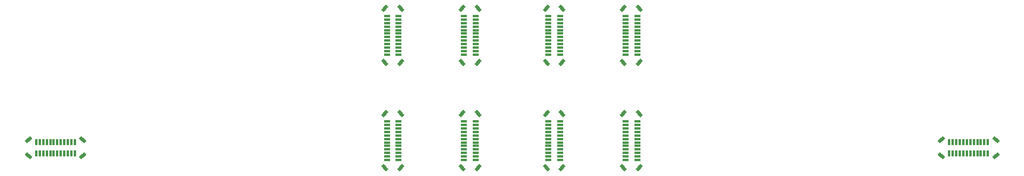
<source format=gbr>
%TF.GenerationSoftware,Altium Limited,Altium Designer,22.5.1 (42)*%
G04 Layer_Color=8421504*
%FSLAX26Y26*%
%MOIN*%
%TF.SameCoordinates,06390142-FE97-446B-9427-C7DC68BF18C4*%
%TF.FilePolarity,Positive*%
%TF.FileFunction,Paste,Top*%
%TF.Part,Single*%
G01*
G75*
%TA.AperFunction,SMDPad,CuDef*%
%ADD11R,0.033465X0.011811*%
G04:AMPARAMS|DCode=12|XSize=19.685mil|YSize=40.551mil|CornerRadius=0mil|HoleSize=0mil|Usage=FLASHONLY|Rotation=40.000|XOffset=0mil|YOffset=0mil|HoleType=Round|Shape=Rectangle|*
%AMROTATEDRECTD12*
4,1,4,0.005493,-0.021859,-0.020573,0.009205,-0.005493,0.021859,0.020573,-0.009205,0.005493,-0.021859,0.0*
%
%ADD12ROTATEDRECTD12*%

G04:AMPARAMS|DCode=13|XSize=19.685mil|YSize=40.551mil|CornerRadius=0mil|HoleSize=0mil|Usage=FLASHONLY|Rotation=140.000|XOffset=0mil|YOffset=0mil|HoleType=Round|Shape=Rectangle|*
%AMROTATEDRECTD13*
4,1,4,0.020573,0.009205,-0.005493,-0.021859,-0.020573,-0.009205,0.005493,0.021859,0.020573,0.009205,0.0*
%
%ADD13ROTATEDRECTD13*%

G04:AMPARAMS|DCode=14|XSize=19.685mil|YSize=40.551mil|CornerRadius=0mil|HoleSize=0mil|Usage=FLASHONLY|Rotation=50.000|XOffset=0mil|YOffset=0mil|HoleType=Round|Shape=Rectangle|*
%AMROTATEDRECTD14*
4,1,4,0.009205,-0.020573,-0.021859,0.005493,-0.009205,0.020573,0.021859,-0.005493,0.009205,-0.020573,0.0*
%
%ADD14ROTATEDRECTD14*%

G04:AMPARAMS|DCode=15|XSize=19.685mil|YSize=40.551mil|CornerRadius=0mil|HoleSize=0mil|Usage=FLASHONLY|Rotation=310.000|XOffset=0mil|YOffset=0mil|HoleType=Round|Shape=Rectangle|*
%AMROTATEDRECTD15*
4,1,4,-0.021859,-0.005493,0.009205,0.020573,0.021859,0.005493,-0.009205,-0.020573,-0.021859,-0.005493,0.0*
%
%ADD15ROTATEDRECTD15*%

%ADD16R,0.011811X0.033465*%
D11*
X3930315Y1722441D02*
D03*
Y1702756D02*
D03*
Y1683071D02*
D03*
Y1663386D02*
D03*
Y1643701D02*
D03*
Y1624016D02*
D03*
Y1604331D02*
D03*
Y1584646D02*
D03*
Y1564961D02*
D03*
Y1545276D02*
D03*
Y1525591D02*
D03*
Y1505906D02*
D03*
X3864961D02*
D03*
Y1525591D02*
D03*
Y1545276D02*
D03*
Y1564961D02*
D03*
Y1584646D02*
D03*
Y1604331D02*
D03*
Y1624016D02*
D03*
Y1643701D02*
D03*
Y1663386D02*
D03*
Y1683071D02*
D03*
Y1702756D02*
D03*
Y1722441D02*
D03*
X4835827Y1505906D02*
D03*
Y1525591D02*
D03*
Y1545276D02*
D03*
Y1564961D02*
D03*
Y1584646D02*
D03*
Y1604331D02*
D03*
Y1624016D02*
D03*
Y1643701D02*
D03*
Y1663386D02*
D03*
Y1683071D02*
D03*
Y1702756D02*
D03*
Y1722441D02*
D03*
X4770472D02*
D03*
Y1702756D02*
D03*
Y1683071D02*
D03*
Y1663386D02*
D03*
Y1643701D02*
D03*
Y1624016D02*
D03*
Y1604331D02*
D03*
Y1584646D02*
D03*
Y1564961D02*
D03*
Y1545276D02*
D03*
Y1525591D02*
D03*
Y1505906D02*
D03*
X4402756D02*
D03*
Y1525591D02*
D03*
Y1545276D02*
D03*
Y1564961D02*
D03*
Y1584646D02*
D03*
Y1604331D02*
D03*
Y1624016D02*
D03*
Y1643701D02*
D03*
Y1663386D02*
D03*
Y1683071D02*
D03*
Y1702756D02*
D03*
Y1722441D02*
D03*
X4337401D02*
D03*
Y1702756D02*
D03*
Y1683071D02*
D03*
Y1663386D02*
D03*
Y1643701D02*
D03*
Y1624016D02*
D03*
Y1604331D02*
D03*
Y1584646D02*
D03*
Y1564961D02*
D03*
Y1545276D02*
D03*
Y1525591D02*
D03*
Y1505906D02*
D03*
X4770472Y2312992D02*
D03*
Y2293307D02*
D03*
Y2273622D02*
D03*
Y2253937D02*
D03*
Y2234252D02*
D03*
Y2214567D02*
D03*
Y2194882D02*
D03*
Y2175197D02*
D03*
Y2155512D02*
D03*
Y2135827D02*
D03*
Y2116142D02*
D03*
Y2096457D02*
D03*
X4835827D02*
D03*
Y2116142D02*
D03*
Y2135827D02*
D03*
Y2155512D02*
D03*
Y2175197D02*
D03*
Y2194882D02*
D03*
Y2214567D02*
D03*
Y2234252D02*
D03*
Y2253937D02*
D03*
Y2273622D02*
D03*
Y2293307D02*
D03*
Y2312992D02*
D03*
X4402756Y2096457D02*
D03*
Y2116142D02*
D03*
Y2135827D02*
D03*
Y2155512D02*
D03*
Y2175197D02*
D03*
Y2194882D02*
D03*
Y2214567D02*
D03*
Y2234252D02*
D03*
Y2253937D02*
D03*
Y2273622D02*
D03*
Y2293307D02*
D03*
Y2312992D02*
D03*
X4337401D02*
D03*
Y2293307D02*
D03*
Y2273622D02*
D03*
Y2253937D02*
D03*
Y2234252D02*
D03*
Y2214567D02*
D03*
Y2194882D02*
D03*
Y2175197D02*
D03*
Y2155512D02*
D03*
Y2135827D02*
D03*
Y2116142D02*
D03*
Y2096457D02*
D03*
X3864961Y2312992D02*
D03*
Y2293307D02*
D03*
Y2273622D02*
D03*
Y2253937D02*
D03*
Y2234252D02*
D03*
Y2214567D02*
D03*
Y2194882D02*
D03*
Y2175197D02*
D03*
Y2155512D02*
D03*
Y2135827D02*
D03*
Y2116142D02*
D03*
Y2096457D02*
D03*
X3930315D02*
D03*
Y2116142D02*
D03*
Y2135827D02*
D03*
Y2155512D02*
D03*
Y2175197D02*
D03*
Y2194882D02*
D03*
Y2214567D02*
D03*
Y2234252D02*
D03*
Y2253937D02*
D03*
Y2273622D02*
D03*
Y2293307D02*
D03*
Y2312992D02*
D03*
X3497244Y2096457D02*
D03*
Y2116142D02*
D03*
Y2135827D02*
D03*
Y2155512D02*
D03*
Y2175197D02*
D03*
Y2194882D02*
D03*
Y2214567D02*
D03*
Y2234252D02*
D03*
Y2253937D02*
D03*
Y2273622D02*
D03*
Y2293307D02*
D03*
Y2312992D02*
D03*
X3431890D02*
D03*
Y2293307D02*
D03*
Y2273622D02*
D03*
Y2253937D02*
D03*
Y2234252D02*
D03*
Y2214567D02*
D03*
Y2194882D02*
D03*
Y2175197D02*
D03*
Y2155512D02*
D03*
Y2135827D02*
D03*
Y2116142D02*
D03*
Y2096457D02*
D03*
Y1722441D02*
D03*
Y1702756D02*
D03*
Y1683071D02*
D03*
Y1663386D02*
D03*
Y1643701D02*
D03*
Y1624016D02*
D03*
Y1604331D02*
D03*
Y1584646D02*
D03*
Y1564961D02*
D03*
Y1545276D02*
D03*
Y1525591D02*
D03*
Y1505906D02*
D03*
X3497244D02*
D03*
Y1525591D02*
D03*
Y1545276D02*
D03*
Y1564961D02*
D03*
Y1584646D02*
D03*
Y1604331D02*
D03*
Y1624016D02*
D03*
Y1643701D02*
D03*
Y1663386D02*
D03*
Y1683071D02*
D03*
Y1702756D02*
D03*
Y1722441D02*
D03*
D12*
X3852953Y1461417D02*
D03*
X3942323Y1766929D02*
D03*
X4758465Y1461417D02*
D03*
X4847835Y1766929D02*
D03*
X4325394Y1461417D02*
D03*
X4414764Y1766929D02*
D03*
X4847835Y2357480D02*
D03*
X4758465Y2051968D02*
D03*
X4325394D02*
D03*
X4414764Y2357480D02*
D03*
X3942323D02*
D03*
X3852953Y2051968D02*
D03*
X3419882D02*
D03*
X3509252Y2357480D02*
D03*
Y1766929D02*
D03*
X3419882Y1461417D02*
D03*
D13*
X3942323D02*
D03*
X3852953Y1766929D02*
D03*
X4847835Y1461417D02*
D03*
X4758465Y1766929D02*
D03*
X4414764Y1461417D02*
D03*
X4325394Y1766929D02*
D03*
X4758465Y2357480D02*
D03*
X4847835Y2051968D02*
D03*
X4414764D02*
D03*
X4325394Y2357480D02*
D03*
X3852953D02*
D03*
X3942323Y2051968D02*
D03*
X3509252D02*
D03*
X3419882Y2357480D02*
D03*
Y1766929D02*
D03*
X3509252Y1461417D02*
D03*
D14*
X6540158Y1530118D02*
D03*
X6845669Y1619488D02*
D03*
X1422047Y1530118D02*
D03*
X1727559Y1619488D02*
D03*
D15*
X6540158D02*
D03*
X6845669Y1530118D02*
D03*
X1422047Y1619488D02*
D03*
X1727559Y1530118D02*
D03*
D16*
X6584646Y1542126D02*
D03*
X6604331D02*
D03*
X6624016D02*
D03*
X6643701D02*
D03*
X6663386D02*
D03*
X6683071D02*
D03*
X6702756D02*
D03*
X6722441D02*
D03*
X6742126D02*
D03*
X6761811D02*
D03*
X6781496D02*
D03*
X6801181D02*
D03*
Y1607480D02*
D03*
X6781496D02*
D03*
X6761811D02*
D03*
X6742126D02*
D03*
X6722441D02*
D03*
X6702756D02*
D03*
X6683071D02*
D03*
X6663386D02*
D03*
X6643701D02*
D03*
X6624016D02*
D03*
X6604331D02*
D03*
X6584646D02*
D03*
X1466535Y1542126D02*
D03*
X1486220D02*
D03*
X1505906D02*
D03*
X1525591D02*
D03*
X1545275D02*
D03*
X1564961D02*
D03*
X1584646D02*
D03*
X1604331D02*
D03*
X1624016D02*
D03*
X1643701D02*
D03*
X1663386D02*
D03*
X1683071D02*
D03*
Y1607480D02*
D03*
X1663386D02*
D03*
X1643701D02*
D03*
X1624016D02*
D03*
X1604331D02*
D03*
X1584646D02*
D03*
X1564961D02*
D03*
X1545275D02*
D03*
X1525591D02*
D03*
X1505906D02*
D03*
X1486220D02*
D03*
X1466535D02*
D03*
%TF.MD5,07bc5a2fa89406ed00a5024e914bc65b*%
M02*

</source>
